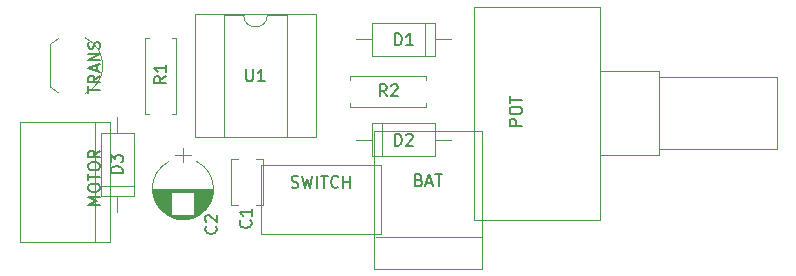
<source format=gbr>
G04 #@! TF.FileFunction,Legend,Top*
%FSLAX46Y46*%
G04 Gerber Fmt 4.6, Leading zero omitted, Abs format (unit mm)*
G04 Created by KiCad (PCBNEW 4.0.7) date 01/30/18 23:47:30*
%MOMM*%
%LPD*%
G01*
G04 APERTURE LIST*
%ADD10C,0.100000*%
%ADD11C,0.120000*%
%ADD12C,0.150000*%
G04 APERTURE END LIST*
D10*
D11*
X120405400Y-71822000D02*
G75*
G02X118405400Y-71822000I-1000000J0D01*
G01*
X118405400Y-71822000D02*
X116755400Y-71822000D01*
X116755400Y-71822000D02*
X116755400Y-82102000D01*
X116755400Y-82102000D02*
X122055400Y-82102000D01*
X122055400Y-82102000D02*
X122055400Y-71822000D01*
X122055400Y-71822000D02*
X120405400Y-71822000D01*
X114265400Y-71762000D02*
X114265400Y-82162000D01*
X114265400Y-82162000D02*
X124545400Y-82162000D01*
X124545400Y-82162000D02*
X124545400Y-71762000D01*
X124545400Y-71762000D02*
X114265400Y-71762000D01*
X120054200Y-83973600D02*
X120054200Y-87893600D01*
X117334200Y-83973600D02*
X117334200Y-87893600D01*
X120054200Y-83973600D02*
X119444200Y-83973600D01*
X117944200Y-83973600D02*
X117334200Y-83973600D01*
X120054200Y-87893600D02*
X119444200Y-87893600D01*
X117944200Y-87893600D02*
X117334200Y-87893600D01*
X114438323Y-88823522D02*
G75*
G03X114438600Y-84212220I-1179723J2305722D01*
G01*
X112078877Y-88823522D02*
G75*
G02X112078600Y-84212220I1179723J2305722D01*
G01*
X112078877Y-88823522D02*
G75*
G03X114438600Y-88823380I1179723J2305722D01*
G01*
X115808600Y-86517800D02*
X110708600Y-86517800D01*
X115808600Y-86557800D02*
X110708600Y-86557800D01*
X115807600Y-86597800D02*
X110709600Y-86597800D01*
X115806600Y-86637800D02*
X110710600Y-86637800D01*
X115804600Y-86677800D02*
X110712600Y-86677800D01*
X115801600Y-86717800D02*
X110715600Y-86717800D01*
X115797600Y-86757800D02*
X110719600Y-86757800D01*
X115793600Y-86797800D02*
X114238600Y-86797800D01*
X112278600Y-86797800D02*
X110723600Y-86797800D01*
X115789600Y-86837800D02*
X114238600Y-86837800D01*
X112278600Y-86837800D02*
X110727600Y-86837800D01*
X115783600Y-86877800D02*
X114238600Y-86877800D01*
X112278600Y-86877800D02*
X110733600Y-86877800D01*
X115777600Y-86917800D02*
X114238600Y-86917800D01*
X112278600Y-86917800D02*
X110739600Y-86917800D01*
X115771600Y-86957800D02*
X114238600Y-86957800D01*
X112278600Y-86957800D02*
X110745600Y-86957800D01*
X115764600Y-86997800D02*
X114238600Y-86997800D01*
X112278600Y-86997800D02*
X110752600Y-86997800D01*
X115756600Y-87037800D02*
X114238600Y-87037800D01*
X112278600Y-87037800D02*
X110760600Y-87037800D01*
X115747600Y-87077800D02*
X114238600Y-87077800D01*
X112278600Y-87077800D02*
X110769600Y-87077800D01*
X115738600Y-87117800D02*
X114238600Y-87117800D01*
X112278600Y-87117800D02*
X110778600Y-87117800D01*
X115728600Y-87157800D02*
X114238600Y-87157800D01*
X112278600Y-87157800D02*
X110788600Y-87157800D01*
X115718600Y-87197800D02*
X114238600Y-87197800D01*
X112278600Y-87197800D02*
X110798600Y-87197800D01*
X115706600Y-87238800D02*
X114238600Y-87238800D01*
X112278600Y-87238800D02*
X110810600Y-87238800D01*
X115694600Y-87278800D02*
X114238600Y-87278800D01*
X112278600Y-87278800D02*
X110822600Y-87278800D01*
X115682600Y-87318800D02*
X114238600Y-87318800D01*
X112278600Y-87318800D02*
X110834600Y-87318800D01*
X115668600Y-87358800D02*
X114238600Y-87358800D01*
X112278600Y-87358800D02*
X110848600Y-87358800D01*
X115654600Y-87398800D02*
X114238600Y-87398800D01*
X112278600Y-87398800D02*
X110862600Y-87398800D01*
X115640600Y-87438800D02*
X114238600Y-87438800D01*
X112278600Y-87438800D02*
X110876600Y-87438800D01*
X115624600Y-87478800D02*
X114238600Y-87478800D01*
X112278600Y-87478800D02*
X110892600Y-87478800D01*
X115608600Y-87518800D02*
X114238600Y-87518800D01*
X112278600Y-87518800D02*
X110908600Y-87518800D01*
X115591600Y-87558800D02*
X114238600Y-87558800D01*
X112278600Y-87558800D02*
X110925600Y-87558800D01*
X115573600Y-87598800D02*
X114238600Y-87598800D01*
X112278600Y-87598800D02*
X110943600Y-87598800D01*
X115554600Y-87638800D02*
X114238600Y-87638800D01*
X112278600Y-87638800D02*
X110962600Y-87638800D01*
X115534600Y-87678800D02*
X114238600Y-87678800D01*
X112278600Y-87678800D02*
X110982600Y-87678800D01*
X115514600Y-87718800D02*
X114238600Y-87718800D01*
X112278600Y-87718800D02*
X111002600Y-87718800D01*
X115492600Y-87758800D02*
X114238600Y-87758800D01*
X112278600Y-87758800D02*
X111024600Y-87758800D01*
X115470600Y-87798800D02*
X114238600Y-87798800D01*
X112278600Y-87798800D02*
X111046600Y-87798800D01*
X115447600Y-87838800D02*
X114238600Y-87838800D01*
X112278600Y-87838800D02*
X111069600Y-87838800D01*
X115423600Y-87878800D02*
X114238600Y-87878800D01*
X112278600Y-87878800D02*
X111093600Y-87878800D01*
X115398600Y-87918800D02*
X114238600Y-87918800D01*
X112278600Y-87918800D02*
X111118600Y-87918800D01*
X115371600Y-87958800D02*
X114238600Y-87958800D01*
X112278600Y-87958800D02*
X111145600Y-87958800D01*
X115344600Y-87998800D02*
X114238600Y-87998800D01*
X112278600Y-87998800D02*
X111172600Y-87998800D01*
X115316600Y-88038800D02*
X114238600Y-88038800D01*
X112278600Y-88038800D02*
X111200600Y-88038800D01*
X115286600Y-88078800D02*
X114238600Y-88078800D01*
X112278600Y-88078800D02*
X111230600Y-88078800D01*
X115255600Y-88118800D02*
X114238600Y-88118800D01*
X112278600Y-88118800D02*
X111261600Y-88118800D01*
X115223600Y-88158800D02*
X114238600Y-88158800D01*
X112278600Y-88158800D02*
X111293600Y-88158800D01*
X115190600Y-88198800D02*
X114238600Y-88198800D01*
X112278600Y-88198800D02*
X111326600Y-88198800D01*
X115155600Y-88238800D02*
X114238600Y-88238800D01*
X112278600Y-88238800D02*
X111361600Y-88238800D01*
X115119600Y-88278800D02*
X114238600Y-88278800D01*
X112278600Y-88278800D02*
X111397600Y-88278800D01*
X115081600Y-88318800D02*
X114238600Y-88318800D01*
X112278600Y-88318800D02*
X111435600Y-88318800D01*
X115041600Y-88358800D02*
X114238600Y-88358800D01*
X112278600Y-88358800D02*
X111475600Y-88358800D01*
X115000600Y-88398800D02*
X114238600Y-88398800D01*
X112278600Y-88398800D02*
X111516600Y-88398800D01*
X114957600Y-88438800D02*
X114238600Y-88438800D01*
X112278600Y-88438800D02*
X111559600Y-88438800D01*
X114912600Y-88478800D02*
X114238600Y-88478800D01*
X112278600Y-88478800D02*
X111604600Y-88478800D01*
X114864600Y-88518800D02*
X114238600Y-88518800D01*
X112278600Y-88518800D02*
X111652600Y-88518800D01*
X114814600Y-88558800D02*
X114238600Y-88558800D01*
X112278600Y-88558800D02*
X111702600Y-88558800D01*
X114762600Y-88598800D02*
X114238600Y-88598800D01*
X112278600Y-88598800D02*
X111754600Y-88598800D01*
X114706600Y-88638800D02*
X114238600Y-88638800D01*
X112278600Y-88638800D02*
X111810600Y-88638800D01*
X114648600Y-88678800D02*
X114238600Y-88678800D01*
X112278600Y-88678800D02*
X111868600Y-88678800D01*
X114585600Y-88718800D02*
X114238600Y-88718800D01*
X112278600Y-88718800D02*
X111931600Y-88718800D01*
X114519600Y-88758800D02*
X111997600Y-88758800D01*
X114447600Y-88798800D02*
X112069600Y-88798800D01*
X114370600Y-88838800D02*
X112146600Y-88838800D01*
X114286600Y-88878800D02*
X112230600Y-88878800D01*
X114192600Y-88918800D02*
X112324600Y-88918800D01*
X114087600Y-88958800D02*
X112429600Y-88958800D01*
X113965600Y-88998800D02*
X112551600Y-88998800D01*
X113817600Y-89038800D02*
X112699600Y-89038800D01*
X113612600Y-89078800D02*
X112904600Y-89078800D01*
X113258600Y-83067800D02*
X113258600Y-84267800D01*
X113908600Y-83667800D02*
X112608600Y-83667800D01*
X105791000Y-80899000D02*
X105791000Y-91059000D01*
X107061000Y-80899000D02*
X99441000Y-80899000D01*
X99441000Y-80899000D02*
X99441000Y-91059000D01*
X99441000Y-91059000D02*
X107061000Y-91059000D01*
X107061000Y-91059000D02*
X107061000Y-80899000D01*
X110399000Y-80172000D02*
X110069000Y-80172000D01*
X110069000Y-80172000D02*
X110069000Y-73752000D01*
X110069000Y-73752000D02*
X110399000Y-73752000D01*
X112359000Y-80172000D02*
X112689000Y-80172000D01*
X112689000Y-80172000D02*
X112689000Y-73752000D01*
X112689000Y-73752000D02*
X112359000Y-73752000D01*
X133842200Y-79262800D02*
X133842200Y-79592800D01*
X133842200Y-79592800D02*
X127422200Y-79592800D01*
X127422200Y-79592800D02*
X127422200Y-79262800D01*
X133842200Y-77302800D02*
X133842200Y-76972800D01*
X133842200Y-76972800D02*
X127422200Y-76972800D01*
X127422200Y-76972800D02*
X127422200Y-77302800D01*
X137918400Y-71105400D02*
X148538400Y-71105400D01*
X137918400Y-89126400D02*
X148538400Y-89126400D01*
X137918400Y-71105400D02*
X137918400Y-89126400D01*
X148538400Y-71105400D02*
X148538400Y-89126400D01*
X148538400Y-76555400D02*
X153538400Y-76555400D01*
X148538400Y-83675400D02*
X153538400Y-83675400D01*
X148538400Y-76555400D02*
X148538400Y-83675400D01*
X153538400Y-76555400D02*
X153538400Y-83675400D01*
X153538400Y-77055400D02*
X163538400Y-77055400D01*
X153538400Y-83175400D02*
X163538400Y-83175400D01*
X153538400Y-77055400D02*
X153538400Y-83175400D01*
X163538400Y-77055400D02*
X163538400Y-83175400D01*
X134587600Y-75273200D02*
X134587600Y-72453200D01*
X134587600Y-72453200D02*
X129267600Y-72453200D01*
X129267600Y-72453200D02*
X129267600Y-75273200D01*
X129267600Y-75273200D02*
X134587600Y-75273200D01*
X135927600Y-73863200D02*
X134587600Y-73863200D01*
X127927600Y-73863200D02*
X129267600Y-73863200D01*
X133747600Y-75273200D02*
X133747600Y-72453200D01*
X129267600Y-80962200D02*
X129267600Y-83782200D01*
X129267600Y-83782200D02*
X134587600Y-83782200D01*
X134587600Y-83782200D02*
X134587600Y-80962200D01*
X134587600Y-80962200D02*
X129267600Y-80962200D01*
X127927600Y-82372200D02*
X129267600Y-82372200D01*
X135927600Y-82372200D02*
X134587600Y-82372200D01*
X130107600Y-80962200D02*
X130107600Y-83782200D01*
X106311400Y-87140400D02*
X109131400Y-87140400D01*
X109131400Y-87140400D02*
X109131400Y-81820400D01*
X109131400Y-81820400D02*
X106311400Y-81820400D01*
X106311400Y-81820400D02*
X106311400Y-87140400D01*
X107721400Y-88480400D02*
X107721400Y-87140400D01*
X107721400Y-80480400D02*
X107721400Y-81820400D01*
X106311400Y-86300400D02*
X109131400Y-86300400D01*
X129580000Y-90637200D02*
X138580000Y-90637200D01*
X129480000Y-81617200D02*
X138610000Y-81617200D01*
X129480000Y-81617200D02*
X129480000Y-93287200D01*
X138610000Y-93287200D02*
X138610000Y-81617200D01*
X138610000Y-93287200D02*
X129480000Y-93287200D01*
X119888000Y-84479400D02*
X130048000Y-84479400D01*
X130048000Y-90319400D02*
X119888000Y-90319400D01*
X119888000Y-90319400D02*
X119888000Y-84479400D01*
X130048000Y-90319400D02*
X130048000Y-84479400D01*
X102036000Y-74298400D02*
X102036000Y-77898400D01*
X102763205Y-73774216D02*
G75*
G03X102036000Y-74298400I1122795J-2324184D01*
G01*
X104984807Y-73742000D02*
G75*
G02X106486000Y-76098400I-1098807J-2356400D01*
G01*
X104984807Y-78454800D02*
G75*
G03X106486000Y-76098400I-1098807J2356400D01*
G01*
X102763205Y-78422584D02*
G75*
G02X102036000Y-77898400I1122795J2324184D01*
G01*
D12*
X118618095Y-76414381D02*
X118618095Y-77223905D01*
X118665714Y-77319143D01*
X118713333Y-77366762D01*
X118808571Y-77414381D01*
X118999048Y-77414381D01*
X119094286Y-77366762D01*
X119141905Y-77319143D01*
X119189524Y-77223905D01*
X119189524Y-76414381D01*
X120189524Y-77414381D02*
X119618095Y-77414381D01*
X119903809Y-77414381D02*
X119903809Y-76414381D01*
X119808571Y-76557238D01*
X119713333Y-76652476D01*
X119618095Y-76700095D01*
X118975143Y-89193666D02*
X119022762Y-89241285D01*
X119070381Y-89384142D01*
X119070381Y-89479380D01*
X119022762Y-89622238D01*
X118927524Y-89717476D01*
X118832286Y-89765095D01*
X118641810Y-89812714D01*
X118498952Y-89812714D01*
X118308476Y-89765095D01*
X118213238Y-89717476D01*
X118118000Y-89622238D01*
X118070381Y-89479380D01*
X118070381Y-89384142D01*
X118118000Y-89241285D01*
X118165619Y-89193666D01*
X119070381Y-88241285D02*
X119070381Y-88812714D01*
X119070381Y-88527000D02*
X118070381Y-88527000D01*
X118213238Y-88622238D01*
X118308476Y-88717476D01*
X118356095Y-88812714D01*
X116054143Y-89701666D02*
X116101762Y-89749285D01*
X116149381Y-89892142D01*
X116149381Y-89987380D01*
X116101762Y-90130238D01*
X116006524Y-90225476D01*
X115911286Y-90273095D01*
X115720810Y-90320714D01*
X115577952Y-90320714D01*
X115387476Y-90273095D01*
X115292238Y-90225476D01*
X115197000Y-90130238D01*
X115149381Y-89987380D01*
X115149381Y-89892142D01*
X115197000Y-89749285D01*
X115244619Y-89701666D01*
X115244619Y-89320714D02*
X115197000Y-89273095D01*
X115149381Y-89177857D01*
X115149381Y-88939761D01*
X115197000Y-88844523D01*
X115244619Y-88796904D01*
X115339857Y-88749285D01*
X115435095Y-88749285D01*
X115577952Y-88796904D01*
X116149381Y-89368333D01*
X116149381Y-88749285D01*
X106243381Y-87859905D02*
X105243381Y-87859905D01*
X105957667Y-87526571D01*
X105243381Y-87193238D01*
X106243381Y-87193238D01*
X105243381Y-86526572D02*
X105243381Y-86336095D01*
X105291000Y-86240857D01*
X105386238Y-86145619D01*
X105576714Y-86098000D01*
X105910048Y-86098000D01*
X106100524Y-86145619D01*
X106195762Y-86240857D01*
X106243381Y-86336095D01*
X106243381Y-86526572D01*
X106195762Y-86621810D01*
X106100524Y-86717048D01*
X105910048Y-86764667D01*
X105576714Y-86764667D01*
X105386238Y-86717048D01*
X105291000Y-86621810D01*
X105243381Y-86526572D01*
X105243381Y-85812286D02*
X105243381Y-85240857D01*
X106243381Y-85526572D02*
X105243381Y-85526572D01*
X105243381Y-84717048D02*
X105243381Y-84526571D01*
X105291000Y-84431333D01*
X105386238Y-84336095D01*
X105576714Y-84288476D01*
X105910048Y-84288476D01*
X106100524Y-84336095D01*
X106195762Y-84431333D01*
X106243381Y-84526571D01*
X106243381Y-84717048D01*
X106195762Y-84812286D01*
X106100524Y-84907524D01*
X105910048Y-84955143D01*
X105576714Y-84955143D01*
X105386238Y-84907524D01*
X105291000Y-84812286D01*
X105243381Y-84717048D01*
X106243381Y-83288476D02*
X105767190Y-83621810D01*
X106243381Y-83859905D02*
X105243381Y-83859905D01*
X105243381Y-83478952D01*
X105291000Y-83383714D01*
X105338619Y-83336095D01*
X105433857Y-83288476D01*
X105576714Y-83288476D01*
X105671952Y-83336095D01*
X105719571Y-83383714D01*
X105767190Y-83478952D01*
X105767190Y-83859905D01*
X111831381Y-77001666D02*
X111355190Y-77335000D01*
X111831381Y-77573095D02*
X110831381Y-77573095D01*
X110831381Y-77192142D01*
X110879000Y-77096904D01*
X110926619Y-77049285D01*
X111021857Y-77001666D01*
X111164714Y-77001666D01*
X111259952Y-77049285D01*
X111307571Y-77096904D01*
X111355190Y-77192142D01*
X111355190Y-77573095D01*
X111831381Y-76049285D02*
X111831381Y-76620714D01*
X111831381Y-76335000D02*
X110831381Y-76335000D01*
X110974238Y-76430238D01*
X111069476Y-76525476D01*
X111117095Y-76620714D01*
X130516334Y-78684381D02*
X130183000Y-78208190D01*
X129944905Y-78684381D02*
X129944905Y-77684381D01*
X130325858Y-77684381D01*
X130421096Y-77732000D01*
X130468715Y-77779619D01*
X130516334Y-77874857D01*
X130516334Y-78017714D01*
X130468715Y-78112952D01*
X130421096Y-78160571D01*
X130325858Y-78208190D01*
X129944905Y-78208190D01*
X130897286Y-77779619D02*
X130944905Y-77732000D01*
X131040143Y-77684381D01*
X131278239Y-77684381D01*
X131373477Y-77732000D01*
X131421096Y-77779619D01*
X131468715Y-77874857D01*
X131468715Y-77970095D01*
X131421096Y-78112952D01*
X130849667Y-78684381D01*
X131468715Y-78684381D01*
X141930381Y-81176667D02*
X140930381Y-81176667D01*
X140930381Y-80795714D01*
X140978000Y-80700476D01*
X141025619Y-80652857D01*
X141120857Y-80605238D01*
X141263714Y-80605238D01*
X141358952Y-80652857D01*
X141406571Y-80700476D01*
X141454190Y-80795714D01*
X141454190Y-81176667D01*
X140930381Y-79986191D02*
X140930381Y-79795714D01*
X140978000Y-79700476D01*
X141073238Y-79605238D01*
X141263714Y-79557619D01*
X141597048Y-79557619D01*
X141787524Y-79605238D01*
X141882762Y-79700476D01*
X141930381Y-79795714D01*
X141930381Y-79986191D01*
X141882762Y-80081429D01*
X141787524Y-80176667D01*
X141597048Y-80224286D01*
X141263714Y-80224286D01*
X141073238Y-80176667D01*
X140978000Y-80081429D01*
X140930381Y-79986191D01*
X140930381Y-79271905D02*
X140930381Y-78700476D01*
X141930381Y-78986191D02*
X140930381Y-78986191D01*
X131214905Y-74366381D02*
X131214905Y-73366381D01*
X131453000Y-73366381D01*
X131595858Y-73414000D01*
X131691096Y-73509238D01*
X131738715Y-73604476D01*
X131786334Y-73794952D01*
X131786334Y-73937810D01*
X131738715Y-74128286D01*
X131691096Y-74223524D01*
X131595858Y-74318762D01*
X131453000Y-74366381D01*
X131214905Y-74366381D01*
X132738715Y-74366381D02*
X132167286Y-74366381D01*
X132453000Y-74366381D02*
X132453000Y-73366381D01*
X132357762Y-73509238D01*
X132262524Y-73604476D01*
X132167286Y-73652095D01*
X131214905Y-82875381D02*
X131214905Y-81875381D01*
X131453000Y-81875381D01*
X131595858Y-81923000D01*
X131691096Y-82018238D01*
X131738715Y-82113476D01*
X131786334Y-82303952D01*
X131786334Y-82446810D01*
X131738715Y-82637286D01*
X131691096Y-82732524D01*
X131595858Y-82827762D01*
X131453000Y-82875381D01*
X131214905Y-82875381D01*
X132167286Y-81970619D02*
X132214905Y-81923000D01*
X132310143Y-81875381D01*
X132548239Y-81875381D01*
X132643477Y-81923000D01*
X132691096Y-81970619D01*
X132738715Y-82065857D01*
X132738715Y-82161095D01*
X132691096Y-82303952D01*
X132119667Y-82875381D01*
X132738715Y-82875381D01*
X108148381Y-85193095D02*
X107148381Y-85193095D01*
X107148381Y-84955000D01*
X107196000Y-84812142D01*
X107291238Y-84716904D01*
X107386476Y-84669285D01*
X107576952Y-84621666D01*
X107719810Y-84621666D01*
X107910286Y-84669285D01*
X108005524Y-84716904D01*
X108100762Y-84812142D01*
X108148381Y-84955000D01*
X108148381Y-85193095D01*
X107148381Y-84288333D02*
X107148381Y-83669285D01*
X107529333Y-84002619D01*
X107529333Y-83859761D01*
X107576952Y-83764523D01*
X107624571Y-83716904D01*
X107719810Y-83669285D01*
X107957905Y-83669285D01*
X108053143Y-83716904D01*
X108100762Y-83764523D01*
X108148381Y-83859761D01*
X108148381Y-84145476D01*
X108100762Y-84240714D01*
X108053143Y-84288333D01*
X133246905Y-85780571D02*
X133389762Y-85828190D01*
X133437381Y-85875810D01*
X133485000Y-85971048D01*
X133485000Y-86113905D01*
X133437381Y-86209143D01*
X133389762Y-86256762D01*
X133294524Y-86304381D01*
X132913571Y-86304381D01*
X132913571Y-85304381D01*
X133246905Y-85304381D01*
X133342143Y-85352000D01*
X133389762Y-85399619D01*
X133437381Y-85494857D01*
X133437381Y-85590095D01*
X133389762Y-85685333D01*
X133342143Y-85732952D01*
X133246905Y-85780571D01*
X132913571Y-85780571D01*
X133865952Y-86018667D02*
X134342143Y-86018667D01*
X133770714Y-86304381D02*
X134104047Y-85304381D01*
X134437381Y-86304381D01*
X134627857Y-85304381D02*
X135199286Y-85304381D01*
X134913571Y-86304381D02*
X134913571Y-85304381D01*
X122468000Y-86383762D02*
X122610857Y-86431381D01*
X122848953Y-86431381D01*
X122944191Y-86383762D01*
X122991810Y-86336143D01*
X123039429Y-86240905D01*
X123039429Y-86145667D01*
X122991810Y-86050429D01*
X122944191Y-86002810D01*
X122848953Y-85955190D01*
X122658476Y-85907571D01*
X122563238Y-85859952D01*
X122515619Y-85812333D01*
X122468000Y-85717095D01*
X122468000Y-85621857D01*
X122515619Y-85526619D01*
X122563238Y-85479000D01*
X122658476Y-85431381D01*
X122896572Y-85431381D01*
X123039429Y-85479000D01*
X123372762Y-85431381D02*
X123610857Y-86431381D01*
X123801334Y-85717095D01*
X123991810Y-86431381D01*
X124229905Y-85431381D01*
X124610857Y-86431381D02*
X124610857Y-85431381D01*
X124944190Y-85431381D02*
X125515619Y-85431381D01*
X125229904Y-86431381D02*
X125229904Y-85431381D01*
X126420381Y-86336143D02*
X126372762Y-86383762D01*
X126229905Y-86431381D01*
X126134667Y-86431381D01*
X125991809Y-86383762D01*
X125896571Y-86288524D01*
X125848952Y-86193286D01*
X125801333Y-86002810D01*
X125801333Y-85859952D01*
X125848952Y-85669476D01*
X125896571Y-85574238D01*
X125991809Y-85479000D01*
X126134667Y-85431381D01*
X126229905Y-85431381D01*
X126372762Y-85479000D01*
X126420381Y-85526619D01*
X126848952Y-86431381D02*
X126848952Y-85431381D01*
X126848952Y-85907571D02*
X127420381Y-85907571D01*
X127420381Y-86431381D02*
X127420381Y-85431381D01*
X105243381Y-78414286D02*
X105243381Y-77842857D01*
X106243381Y-78128572D02*
X105243381Y-78128572D01*
X106243381Y-76938095D02*
X105767190Y-77271429D01*
X106243381Y-77509524D02*
X105243381Y-77509524D01*
X105243381Y-77128571D01*
X105291000Y-77033333D01*
X105338619Y-76985714D01*
X105433857Y-76938095D01*
X105576714Y-76938095D01*
X105671952Y-76985714D01*
X105719571Y-77033333D01*
X105767190Y-77128571D01*
X105767190Y-77509524D01*
X105957667Y-76557143D02*
X105957667Y-76080952D01*
X106243381Y-76652381D02*
X105243381Y-76319048D01*
X106243381Y-75985714D01*
X106243381Y-75652381D02*
X105243381Y-75652381D01*
X106243381Y-75080952D01*
X105243381Y-75080952D01*
X106195762Y-74652381D02*
X106243381Y-74509524D01*
X106243381Y-74271428D01*
X106195762Y-74176190D01*
X106148143Y-74128571D01*
X106052905Y-74080952D01*
X105957667Y-74080952D01*
X105862429Y-74128571D01*
X105814810Y-74176190D01*
X105767190Y-74271428D01*
X105719571Y-74461905D01*
X105671952Y-74557143D01*
X105624333Y-74604762D01*
X105529095Y-74652381D01*
X105433857Y-74652381D01*
X105338619Y-74604762D01*
X105291000Y-74557143D01*
X105243381Y-74461905D01*
X105243381Y-74223809D01*
X105291000Y-74080952D01*
M02*

</source>
